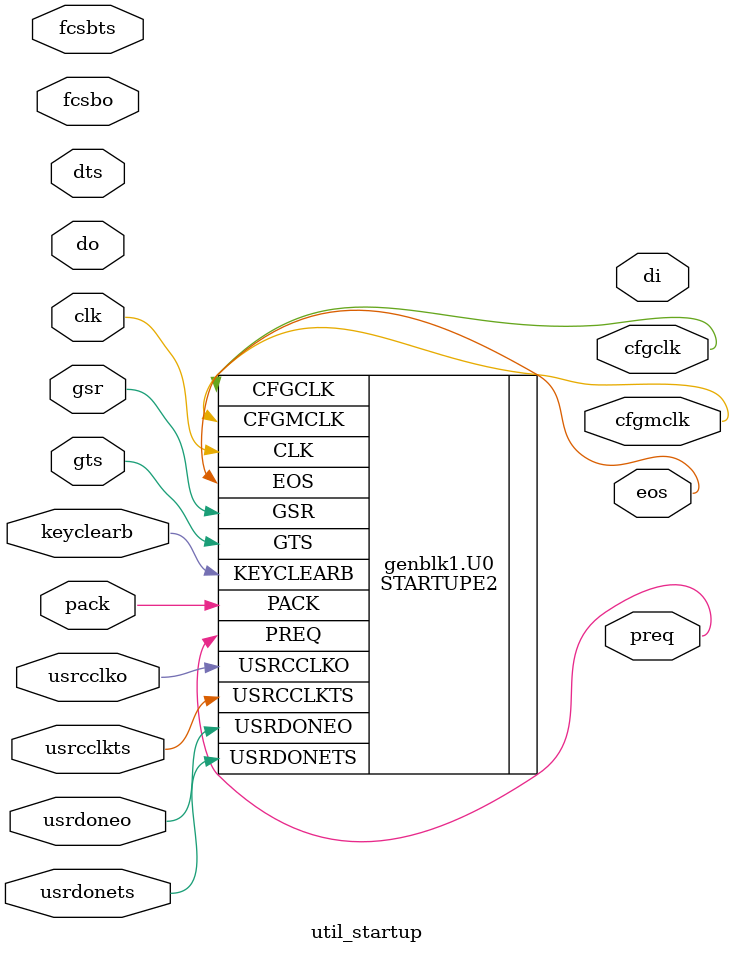
<source format=v>
/*
	This Source Code Form is subject to the terms of the Mozilla Public
	License, v. 2.0. If a copy of the MPL was not distributed with this
	file, You can obtain one at https://mozilla.org/MPL/2.0/.
*/

module util_startup
#(
	parameter C_FAMILY_TYPE = 0,
	parameter C_PROG_USR = "FALSE",
	parameter C_SIM_CCLK_FREQ = 0.0
)
(
	input wire clk,

	input wire gsr,
	input wire gts,
	input wire keyclearb,
	input wire pack,

	input wire fcsbo,
	input wire fcsbts,

	input wire usrcclko,
	input wire usrcclkts,

	input wire usrdoneo,
	input wire usrdonets,

	output wire cfgclk,
	output wire cfgmclk,
	output wire eos,
	output wire preq,

	input wire [3:0] do,
	input wire [3:0] dts,
	output wire [3:0] di
);
	if(~C_FAMILY_TYPE) begin
		STARTUPE2
		#(
			.PROG_USR(C_PROG_USR),
			.SIM_CCLK_FREQ(C_SIM_CCLK_FREQ)
		)
		U0
		(
			.CLK(clk),

			.GSR(gsr),
			.GTS(gts),
			.KEYCLEARB(keyclearb),
			.PACK(pack),

			.USRCCLKO(usrcclko),
			.USRCCLKTS(usrcclkts),

			.USRDONEO(usrdoneo),
			.USRDONETS(usrdonets),

			.CFGCLK(cfgclk),
			.CFGMCLK(cfgmclk),
			.EOS(eos),
			.PREQ(preq)
		);
	end else begin
		STARTUPE3
		#(
			.PROG_USR(C_PROG_USR),
			.SIM_CCLK_FREQ(C_SIM_CCLK_FREQ)
		)
		U0
		(
			.CLK(clk),

			.GSR(gsr),
			.GTS(gts),
			.KEYCLEARB(keyclearb),
			.PACK(pack),

			.FCSBO(fcsbo),
			.FCSBTS(fcsbts),

			.USRCCLKO(usrcclko),
			.USRCCLKTS(usrcclkts),

			.USRDONEO(usrdoneo),
			.USRDONETS(usrdonets),

			.CFGCLK(cfgclk),
			.CFGMCLK(cfgmclk),
			.EOS(eos),
			.PREQ(preq),

			.DO(do),
			.DTS(dts),
			.DI(di)
		);
	end
endmodule

</source>
